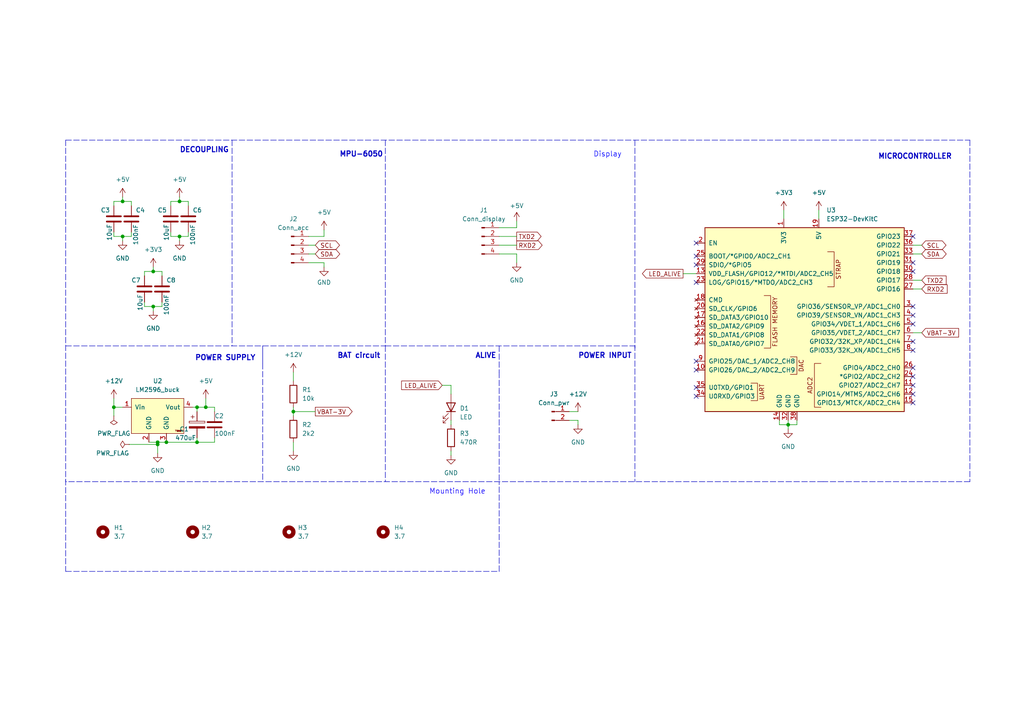
<source format=kicad_sch>
(kicad_sch (version 20230121) (generator eeschema)
  (paper "A4")
  (lib_symbols
    (symbol "+5V_1" (power) (pin_names (offset 0))
      (property "Value" "+5V_1" (at 0 3.556 0))
      (symbol "+5V_1_0_1"
        (polyline (pts (xy -0.762 1.27) (xy 0 2.54)))
        (polyline (pts (xy 0 0) (xy 0 2.54)))
        (polyline (pts (xy 0 2.54) (xy 0.762 1.27)))
      )
      (symbol "+5V_1_1_1"
        (pin power_in line (at 0 0 90) (length 0) hide (name "+5V") (number "1"))
      )
    )
    (symbol "+5V_2" (power) (pin_names (offset 0))
      (property "Value" "+5V_2" (at 0 3.556 0))
      (symbol "+5V_2_0_1"
        (polyline (pts (xy -0.762 1.27) (xy 0 2.54)))
        (polyline (pts (xy 0 0) (xy 0 2.54)))
        (polyline (pts (xy 0 2.54) (xy 0.762 1.27)))
      )
      (symbol "+5V_2_1_1"
        (pin power_in line (at 0 0 90) (length 0) hide (name "+5V") (number "1"))
      )
    )
    (symbol "+5V_3" (power) (pin_names (offset 0))
      (property "Value" "+5V_3" (at 0 3.556 0))
      (symbol "+5V_3_0_1"
        (polyline (pts (xy -0.762 1.27) (xy 0 2.54)))
        (polyline (pts (xy 0 0) (xy 0 2.54)))
        (polyline (pts (xy 0 2.54) (xy 0.762 1.27)))
      )
      (symbol "+5V_3_1_1"
        (pin power_in line (at 0 0 90) (length 0) hide (name "+5V") (number "1"))
      )
    )
    (symbol "Connector:Conn_01x02_Pin" (pin_names (offset 1.016) hide)
      (property "Reference" "J" (at 0 2.54 0))
      (property "Value" "Conn_01x02_Pin" (at 0 -5.08 0))
      (symbol "Conn_01x02_Pin_1_1"
        (polyline (pts (xy 1.27 -2.54) (xy 0.8636 -2.54)) (stroke (width 0.1524)))
        (polyline (pts (xy 1.27 0) (xy 0.8636 0)) (stroke (width 0.1524)))
        (rectangle (start 0.8636 -2.413) (end 0 -2.667) (stroke (width 0.1524)) (fill (type outline)))
        (rectangle (start 0.8636 0.127) (end 0 -0.127) (stroke (width 0.1524)) (fill (type outline)))
        (pin passive line (at 5.08 0 180) (length 3.81) (name "Pin_1") (number "1"))
        (pin passive line (at 5.08 -2.54 180) (length 3.81) (name "Pin_2") (number "2"))
      )
    )
    (symbol "Connector:Conn_01x04_Pin" (pin_names (offset 1.016) hide)
      (property "Reference" "J" (at 0 5.08 0))
      (property "Value" "Conn_01x04_Pin" (at 0 -7.62 0))
      (symbol "Conn_01x04_Pin_1_1"
        (polyline (pts (xy 1.27 -5.08) (xy 0.8636 -5.08)) (stroke (width 0.1524)))
        (polyline (pts (xy 1.27 -2.54) (xy 0.8636 -2.54)) (stroke (width 0.1524)))
        (polyline (pts (xy 1.27 0) (xy 0.8636 0)) (stroke (width 0.1524)))
        (polyline (pts (xy 1.27 2.54) (xy 0.8636 2.54)) (stroke (width 0.1524)))
        (rectangle (start 0.8636 -4.953) (end 0 -5.207) (stroke (width 0.1524)) (fill (type outline)))
        (rectangle (start 0.8636 -2.413) (end 0 -2.667) (stroke (width 0.1524)) (fill (type outline)))
        (rectangle (start 0.8636 0.127) (end 0 -0.127) (stroke (width 0.1524)) (fill (type outline)))
        (rectangle (start 0.8636 2.667) (end 0 2.413) (stroke (width 0.1524)) (fill (type outline)))
        (pin passive line (at 5.08 2.54 180) (length 3.81) (name "Pin_1") (number "1"))
        (pin passive line (at 5.08 0 180) (length 3.81) (name "Pin_2") (number "2"))
        (pin passive line (at 5.08 -2.54 180) (length 3.81) (name "Pin_3") (number "3"))
        (pin passive line (at 5.08 -5.08 180) (length 3.81) (name "Pin_4") (number "4"))
      )
    )
    (symbol "Device:C" (pin_numbers hide) (pin_names (offset 0.254))
      (property "Reference" "C" (at 0.635 2.54 0))
      (property "Value" "C" (at 0.635 -2.54 0))
      (symbol "C_0_1"
        (polyline (pts (xy -2.032 -0.762) (xy 2.032 -0.762)) (stroke (width 0.508)))
        (polyline (pts (xy -2.032 0.762) (xy 2.032 0.762)) (stroke (width 0.508)))
      )
      (symbol "C_1_1"
        (pin passive line (at 0 3.81 270) (length 2.794) (name "~") (number "1"))
        (pin passive line (at 0 -3.81 90) (length 2.794) (name "~") (number "2"))
      )
    )
    (symbol "Device:C_Polarized" (pin_numbers hide) (pin_names (offset 0.254))
      (property "Reference" "C" (at 0.635 2.54 0))
      (property "Value" "C_Polarized" (at 0.635 -2.54 0))
      (symbol "C_Polarized_0_1"
        (rectangle (start -2.286 0.508) (end 2.286 1.016))
        (polyline (pts (xy -1.778 2.286) (xy -0.762 2.286)))
        (polyline (pts (xy -1.27 2.794) (xy -1.27 1.778)))
        (rectangle (start 2.286 -0.508) (end -2.286 -1.016) (fill (type outline)))
      )
      (symbol "C_Polarized_1_1"
        (pin passive line (at 0 3.81 270) (length 2.794) (name "~") (number "1"))
        (pin passive line (at 0 -3.81 90) (length 2.794) (name "~") (number "2"))
      )
    )
    (symbol "Device:LED" (pin_numbers hide) (pin_names (offset 1.016) hide)
      (property "Reference" "D" (at 0 2.54 0))
      (property "Value" "LED" (at 0 -2.54 0))
      (symbol "LED_0_1"
        (polyline (pts (xy -1.27 -1.27) (xy -1.27 1.27)) (stroke (width 0.254)))
        (polyline (pts (xy -1.27 0) (xy 1.27 0)))
        (polyline (pts (xy 1.27 -1.27) (xy 1.27 1.27) (xy -1.27 0) (xy 1.27 -1.27)) (stroke (width 0.254)))
        (polyline (pts (xy -3.048 -0.762) (xy -4.572 -2.286) (xy -3.81 -2.286) (xy -4.572 -2.286) (xy -4.572 -1.524)))
        (polyline (pts (xy -1.778 -0.762) (xy -3.302 -2.286) (xy -2.54 -2.286) (xy -3.302 -2.286) (xy -3.302 -1.524)))
      )
      (symbol "LED_1_1"
        (pin passive line (at -3.81 0 0) (length 2.54) (name "K") (number "1"))
        (pin passive line (at 3.81 0 180) (length 2.54) (name "A") (number "2"))
      )
    )
    (symbol "Device:R" (pin_numbers hide) (pin_names (offset 0))
      (property "Reference" "R" (at 2.032 0 90))
      (property "Value" "R" (at 0 0 90))
      (symbol "R_0_1"
        (rectangle (start -1.016 -2.54) (end 1.016 2.54) (stroke (width 0.254)))
      )
      (symbol "R_1_1"
        (pin passive line (at 0 3.81 270) (length 1.27) (name "~") (number "1"))
        (pin passive line (at 0 -3.81 90) (length 1.27) (name "~") (number "2"))
      )
    )
    (symbol "Espressif:ESP32-DevKitC" (pin_names (offset 1.016))
      (property "Reference" "U" (at -30.48 30.48 0))
      (property "Value" "ESP32-DevKitC" (at -30.48 27.94 0))
      (symbol "ESP32-DevKitC_0_0"
        (text "ADC2" (at 0 -20.32 900) (effects (font (size 1.27 1.27))))
        (text "DAC" (at -2.54 -14.605 900) (effects (font (size 1.27 1.27))))
        (text "FLASH MEMORY" (at -10.16 -1.905 900) (effects (font (size 1.27 1.27))))
        (text "STRAP" (at 8.255 13.335 900) (effects (font (size 1.27 1.27))))
        (text "UART" (at -13.97 -22.225 900) (effects (font (size 1.27 1.27))))
        (pin power_in line (at -8.89 -30.48 90) (length 2.54) (name "GND") (number "14"))
        (pin power_in line (at 2.54 27.94 270) (length 2.54) (name "5V") (number "19"))
      )
      (symbol "ESP32-DevKitC_0_1"
        (rectangle (start -30.48 25.4) (end 27.305 -27.94) (stroke (width 0.254)) (fill (type background)))
        (polyline (pts (xy -17.145 -19.685) (xy -15.24 -19.685) (xy -15.24 -24.765) (xy -17.145 -24.765)))
        (polyline (pts (xy -13.335 5.715) (xy -11.43 5.715) (xy -11.43 -9.525) (xy -13.335 -9.525)))
        (polyline (pts (xy -5.715 -12.065) (xy -3.81 -12.065) (xy -3.81 -17.145) (xy -5.715 -17.145)))
        (polyline (pts (xy 3.175 -13.97) (xy 1.27 -13.97) (xy 1.27 -26.67) (xy 3.175 -26.67)))
        (polyline (pts (xy 5.08 18.415) (xy 6.985 18.415) (xy 6.985 8.255) (xy 5.08 8.255)))
      )
      (symbol "ESP32-DevKitC_1_1"
        (pin power_in line (at -7.62 27.94 270) (length 2.54) (name "3V3") (number "1"))
        (pin bidirectional line (at -33.02 -15.875 0) (length 2.54) (name "GPIO26/DAC_2/ADC2_CH9") (number "10"))
        (pin bidirectional line (at 29.845 -20.32 180) (length 2.54) (name "GPIO27/ADC2_CH7") (number "11"))
        (pin bidirectional line (at 29.845 -22.86 180) (length 2.54) (name "GPIO14/MTMS/ADC2_CH6") (number "12"))
        (pin bidirectional line (at -33.02 12.065 0) (length 2.54) (name "VDD_FLASH/GPIO12/*MTDI/ADC2_CH5") (number "13"))
        (pin bidirectional line (at 29.845 -25.4 180) (length 2.54) (name "GPIO13/MTCK/ADC2_CH4") (number "15"))
        (pin no_connect line (at -33.02 -3.175 0) (length 2.54) (name "SD_DATA2/GPIO9") (number "16"))
        (pin no_connect line (at -33.02 -0.635 0) (length 2.54) (name "SD_DATA3/GPIO10") (number "17"))
        (pin no_connect line (at -33.02 4.445 0) (length 2.54) (name "CMD") (number "18"))
        (pin input line (at -33.02 20.955 0) (length 2.54) (name "EN") (number "2"))
        (pin no_connect line (at -33.02 1.905 0) (length 2.54) (name "SD_CLK/GPIO6") (number "20"))
        (pin no_connect line (at -33.02 -8.255 0) (length 2.54) (name "SD_DATA0/GPIO7") (number "21"))
        (pin no_connect line (at -33.02 -5.715 0) (length 2.54) (name "SD_DATA1/GPIO8") (number "22"))
        (pin bidirectional line (at -33.02 9.525 0) (length 2.54) (name "LOG/GPIO15/*MTDO/ADC2_CH3") (number "23"))
        (pin bidirectional line (at 29.845 -17.78 180) (length 2.54) (name "*GPIO2/ADC2_CH2") (number "24"))
        (pin bidirectional line (at -33.02 17.145 0) (length 2.54) (name "BOOT/*GPIO0/ADC2_CH1") (number "25"))
        (pin bidirectional line (at 29.845 -15.24 180) (length 2.54) (name "GPIO4/ADC2_CH0") (number "26"))
        (pin bidirectional line (at 29.845 7.62 180) (length 2.54) (name "GPIO16") (number "27"))
        (pin bidirectional line (at 29.845 10.16 180) (length 2.54) (name "GPIO17") (number "28"))
        (pin bidirectional line (at -33.02 14.605 0) (length 2.54) (name "SDIO/*GPIO5") (number "29"))
        (pin input line (at 29.845 2.54 180) (length 2.54) (name "GPIO36/SENSOR_VP/ADC1_CH0") (number "3"))
        (pin bidirectional line (at 29.845 12.7 180) (length 2.54) (name "GPIO18") (number "30"))
        (pin bidirectional line (at 29.845 15.24 180) (length 2.54) (name "GPIO19") (number "31"))
        (pin power_in line (at -6.35 -30.48 90) (length 2.54) (name "GND") (number "32"))
        (pin bidirectional line (at 29.845 17.78 180) (length 2.54) (name "GPIO21") (number "33"))
        (pin bidirectional line (at -33.02 -23.495 0) (length 2.54) (name "U0RXD/GPIO3") (number "34"))
        (pin bidirectional line (at -33.02 -20.955 0) (length 2.54) (name "U0TXD/GPIO1") (number "35"))
        (pin bidirectional line (at 29.845 20.32 180) (length 2.54) (name "GPIO22") (number "36"))
        (pin bidirectional line (at 29.845 22.86 180) (length 2.54) (name "GPIO23") (number "37"))
        (pin power_in line (at -3.81 -30.48 90) (length 2.54) (name "GND") (number "38"))
        (pin input line (at 29.845 0 180) (length 2.54) (name "GPIO39/SENSOR_VN/ADC1_CH3") (number "4"))
        (pin input line (at 29.845 -2.54 180) (length 2.54) (name "GPIO34/VDET_1/ADC1_CH6") (number "5"))
        (pin input line (at 29.845 -5.08 180) (length 2.54) (name "GPIO35/VDET_2/ADC1_CH7") (number "6"))
        (pin bidirectional line (at 29.845 -7.62 180) (length 2.54) (name "GPIO32/32K_XP/ADC1_CH4") (number "7"))
        (pin bidirectional line (at 29.845 -10.16 180) (length 2.54) (name "GPIO33/32K_XN/ADC1_CH5") (number "8"))
        (pin bidirectional line (at -33.02 -13.335 0) (length 2.54) (name "GPIO25/DAC_1/ADC2_CH8") (number "9"))
      )
    )
    (symbol "GND_1" (power) (pin_names (offset 0))
      (property "Value" "GND_1" (at 0 -3.81 0))
      (symbol "GND_1_0_1"
        (polyline (pts (xy 0 0) (xy 0 -1.27) (xy 1.27 -1.27) (xy 0 -2.54) (xy -1.27 -1.27) (xy 0 -1.27)))
      )
      (symbol "GND_1_1_1"
        (pin power_in line (at 0 0 270) (length 0) hide (name "GND") (number "1"))
      )
    )
    (symbol "GND_2" (power) (pin_names (offset 0))
      (property "Value" "GND_2" (at 0 -3.81 0))
      (symbol "GND_2_0_1"
        (polyline (pts (xy 0 0) (xy 0 -1.27) (xy 1.27 -1.27) (xy 0 -2.54) (xy -1.27 -1.27) (xy 0 -1.27)))
      )
      (symbol "GND_2_1_1"
        (pin power_in line (at 0 0 270) (length 0) hide (name "GND") (number "1"))
      )
    )
    (symbol "GND_3" (power) (pin_names (offset 0))
      (property "Value" "GND_3" (at 0 -3.81 0))
      (symbol "GND_3_0_1"
        (polyline (pts (xy 0 0) (xy 0 -1.27) (xy 1.27 -1.27) (xy 0 -2.54) (xy -1.27 -1.27) (xy 0 -1.27)))
      )
      (symbol "GND_3_1_1"
        (pin power_in line (at 0 0 270) (length 0) hide (name "GND") (number "1"))
      )
    )
    (symbol "GND_4" (power) (pin_names (offset 0))
      (property "Value" "GND_4" (at 0 -3.81 0))
      (symbol "GND_4_0_1"
        (polyline (pts (xy 0 0) (xy 0 -1.27) (xy 1.27 -1.27) (xy 0 -2.54) (xy -1.27 -1.27) (xy 0 -1.27)))
      )
      (symbol "GND_4_1_1"
        (pin power_in line (at 0 0 270) (length 0) hide (name "GND") (number "1"))
      )
    )
    (symbol "Mechanical:MountingHole" (pin_names (offset 1.016))
      (property "Reference" "H" (at 0 5.08 0))
      (property "Value" "MountingHole" (at 0 3.175 0))
      (symbol "MountingHole_0_1"
        (circle (center 0 0) (radius 1.27) (stroke (width 1.27)))
      )
    )
    (symbol "StepDown_LM2596:YAAJ_DCDC_StepDown_LM2596" (pin_names (offset 1.016))
      (property "Reference" "U" (at -5.08 6.35 0))
      (property "Value" "YAAJ_DCDC_StepDown_LM2596" (at 0 11.43 0))
      (symbol "YAAJ_DCDC_StepDown_LM2596_0_1"
        (rectangle (start -7.62 5.08) (end 7.62 -5.08) (fill (type background)))
      )
      (symbol "YAAJ_DCDC_StepDown_LM2596_1_1"
        (text "Y@@V" (at 6.1976 -4.2672 0) (effects (font (size 0.508 0.508))))
        (pin power_in line (at -10.16 2.54 0) (length 2.54) (name "Vin") (number "1"))
        (pin power_in line (at -2.54 -7.62 90) (length 2.54) (name "GND") (number "2"))
        (pin power_in line (at 2.54 -7.62 90) (length 2.54) (name "GND") (number "3"))
        (pin power_out line (at 10.16 2.54 180) (length 2.54) (name "Vout") (number "4"))
      )
    )
    (symbol "power:+12V" (power) (pin_names (offset 0))
      (property "Value" "+12V" (at 0 3.556 0))
      (symbol "+12V_0_1"
        (polyline (pts (xy -0.762 1.27) (xy 0 2.54)))
        (polyline (pts (xy 0 0) (xy 0 2.54)))
        (polyline (pts (xy 0 2.54) (xy 0.762 1.27)))
      )
      (symbol "+12V_1_1"
        (pin power_in line (at 0 0 90) (length 0) hide (name "+12V") (number "1"))
      )
    )
    (symbol "power:+3V3" (power) (pin_names (offset 0))
      (property "Value" "+3V3" (at 0 3.556 0))
      (symbol "+3V3_0_1"
        (polyline (pts (xy -0.762 1.27) (xy 0 2.54)))
        (polyline (pts (xy 0 0) (xy 0 2.54)))
        (polyline (pts (xy 0 2.54) (xy 0.762 1.27)))
      )
      (symbol "+3V3_1_1"
        (pin power_in line (at 0 0 90) (length 0) hide (name "+3V3") (number "1"))
      )
    )
    (symbol "power:+5V" (power) (pin_names (offset 0))
      (property "Value" "+5V" (at 0 3.556 0))
      (symbol "+5V_0_1"
        (polyline (pts (xy -0.762 1.27) (xy 0 2.54)))
        (polyline (pts (xy 0 0) (xy 0 2.54)))
        (polyline (pts (xy 0 2.54) (xy 0.762 1.27)))
      )
      (symbol "+5V_1_1"
        (pin power_in line (at 0 0 90) (length 0) hide (name "+5V") (number "1"))
      )
    )
    (symbol "power:GND" (power) (pin_names (offset 0))
      (property "Value" "GND" (at 0 -3.81 0))
      (symbol "GND_0_1"
        (polyline (pts (xy 0 0) (xy 0 -1.27) (xy 1.27 -1.27) (xy 0 -2.54) (xy -1.27 -1.27) (xy 0 -1.27)))
      )
      (symbol "GND_1_1"
        (pin power_in line (at 0 0 270) (length 0) hide (name "GND") (number "1"))
      )
    )
    (symbol "power:PWR_FLAG" (power) (pin_numbers hide) (pin_names (offset 0) hide)
      (property "Value" "PWR_FLAG" (at 0 3.81 0))
      (symbol "PWR_FLAG_0_0"
        (pin power_out line (at 0 0 90) (length 0) (name "pwr") (number "1"))
      )
      (symbol "PWR_FLAG_0_1"
        (polyline (pts (xy 0 0) (xy 0 1.27) (xy -1.016 1.905) (xy 0 2.54) (xy 1.016 1.905) (xy 0 1.27)))
      )
    )
  )
  (junction (at 45.72 128.27))
  (junction (at 57.15 118.11))
  (junction (at 35.56 68.58))
  (junction (at 52.07 58.42))
  (junction (at 57.15 128.27))
  (junction (at 48.26 128.27))
  (junction (at 45.72 128.905))
  (junction (at 85.09 119.38))
  (junction (at 44.45 88.9))
  (junction (at 59.69 118.11))
  (junction (at 33.02 118.11))
  (junction (at 44.45 78.74))
  (junction (at 52.07 68.58))
  (junction (at 35.56 58.42))
  (junction (at 228.6 123.19))
  (no_connect (at 201.93 104.775))
  (no_connect (at 201.93 74.295))
  (no_connect (at 264.795 106.68))
  (no_connect (at 201.93 70.485))
  (no_connect (at 264.795 78.74))
  (no_connect (at 264.795 88.9))
  (no_connect (at 264.795 101.6))
  (no_connect (at 264.795 99.06))
  (no_connect (at 264.795 116.84))
  (no_connect (at 264.795 68.58))
  (no_connect (at 201.93 112.395))
  (no_connect (at 201.93 81.915))
  (no_connect (at 264.795 109.22))
  (no_connect (at 264.795 76.2))
  (no_connect (at 264.795 114.3))
  (no_connect (at 201.93 76.835))
  (no_connect (at 264.795 93.98))
  (no_connect (at 264.795 91.44))
  (no_connect (at 201.93 114.935))
  (no_connect (at 201.93 107.315))
  (no_connect (at 264.795 111.76))
  (wire (pts (xy 144.78 66.04) (xy 149.86 66.04)))
  (wire (pts (xy 85.09 118.11) (xy 85.09 119.38)))
  (wire (pts (xy 33.02 59.69) (xy 33.02 58.42)))
  (wire (pts (xy 89.535 71.12) (xy 91.44 71.12)))
  (wire (pts (xy 38.1 58.42) (xy 38.1 59.69)))
  (wire (pts (xy 45.72 128.905) (xy 45.72 131.445)))
  (polyline (pts (xy 111.76 100.33) (xy 111.76 139.7)) (stroke (width 0) (type dash)))
  (polyline (pts (xy 238.76 40.64) (xy 281.305 40.64)) (stroke (width 0) (type dash)))
  (wire (pts (xy 85.09 119.38) (xy 85.09 120.65)))
  (wire (pts (xy 264.795 81.28) (xy 267.335 81.28)))
  (polyline (pts (xy 144.78 165.735) (xy 144.78 139.7)) (stroke (width 0) (type dash)))
  (wire (pts (xy 46.99 78.74) (xy 46.99 80.01)))
  (wire (pts (xy 62.23 128.27) (xy 57.15 128.27)))
  (wire (pts (xy 89.535 73.66) (xy 91.44 73.66)))
  (wire (pts (xy 44.45 88.9) (xy 41.91 88.9)))
  (wire (pts (xy 128.27 111.76) (xy 130.81 111.76)))
  (wire (pts (xy 57.15 127) (xy 57.15 128.27)))
  (wire (pts (xy 52.07 69.85) (xy 52.07 68.58)))
  (wire (pts (xy 144.78 68.58) (xy 149.86 68.58)))
  (wire (pts (xy 35.56 58.42) (xy 38.1 58.42)))
  (wire (pts (xy 237.49 60.96) (xy 237.49 63.5)))
  (wire (pts (xy 167.64 121.92) (xy 167.64 123.19)))
  (wire (pts (xy 44.45 78.74) (xy 46.99 78.74)))
  (wire (pts (xy 130.81 111.76) (xy 130.81 114.3)))
  (wire (pts (xy 144.78 71.12) (xy 149.86 71.12)))
  (wire (pts (xy 227.33 60.96) (xy 227.33 63.5)))
  (wire (pts (xy 49.53 58.42) (xy 52.07 58.42)))
  (polyline (pts (xy 281.305 40.64) (xy 281.305 139.7)) (stroke (width 0) (type dash)))
  (wire (pts (xy 45.72 128.27) (xy 45.72 128.905)))
  (wire (pts (xy 52.07 58.42) (xy 54.61 58.42)))
  (wire (pts (xy 62.23 119.38) (xy 62.23 118.11)))
  (wire (pts (xy 33.02 68.58) (xy 33.02 67.31)))
  (wire (pts (xy 52.07 68.58) (xy 49.53 68.58)))
  (wire (pts (xy 231.14 123.19) (xy 228.6 123.19)))
  (polyline (pts (xy 281.305 139.7) (xy 238.76 139.7)) (stroke (width 0) (type dash)))
  (wire (pts (xy 198.12 79.375) (xy 201.93 79.375)))
  (polyline (pts (xy 19.05 100.33) (xy 76.2 100.33)) (stroke (width 0) (type dash)))
  (polyline (pts (xy 76.2 105.41) (xy 76.2 100.33)))
  (wire (pts (xy 165.1 119.38) (xy 167.64 119.38)))
  (wire (pts (xy 130.81 121.92) (xy 130.81 123.19)))
  (wire (pts (xy 59.69 115.57) (xy 59.69 118.11)))
  (wire (pts (xy 264.795 73.66) (xy 267.335 73.66)))
  (wire (pts (xy 149.86 76.2) (xy 149.86 73.66)))
  (wire (pts (xy 52.07 58.42) (xy 52.07 57.15)))
  (wire (pts (xy 37.465 128.905) (xy 45.72 128.905)))
  (wire (pts (xy 231.14 121.92) (xy 231.14 123.19)))
  (wire (pts (xy 57.15 118.11) (xy 57.15 119.38)))
  (wire (pts (xy 85.09 119.38) (xy 91.44 119.38)))
  (wire (pts (xy 228.6 121.92) (xy 228.6 123.19)))
  (wire (pts (xy 130.81 130.81) (xy 130.81 132.08)))
  (polyline (pts (xy 19.05 40.64) (xy 238.76 40.64)) (stroke (width 0) (type dash)))
  (polyline (pts (xy 19.05 40.64) (xy 19.05 139.7)) (stroke (width 0) (type dash)))
  (polyline (pts (xy 19.05 165.735) (xy 144.78 165.735)) (stroke (width 0) (type dash)))
  (wire (pts (xy 62.23 127) (xy 62.23 128.27)))
  (polyline (pts (xy 238.76 139.7) (xy 19.05 139.7)) (stroke (width 0) (type dash)))
  (wire (pts (xy 55.88 118.11) (xy 57.15 118.11)))
  (wire (pts (xy 35.56 68.58) (xy 38.1 68.58)))
  (wire (pts (xy 149.86 66.04) (xy 149.86 64.135)))
  (wire (pts (xy 49.53 68.58) (xy 49.53 67.31)))
  (wire (pts (xy 38.1 68.58) (xy 38.1 67.31)))
  (polyline (pts (xy 111.76 40.64) (xy 111.76 100.33)) (stroke (width 0) (type dash)))
  (wire (pts (xy 54.61 68.58) (xy 54.61 67.31)))
  (wire (pts (xy 89.535 76.2) (xy 93.98 76.2)))
  (wire (pts (xy 165.1 121.92) (xy 167.64 121.92)))
  (wire (pts (xy 149.86 73.66) (xy 144.78 73.66)))
  (wire (pts (xy 48.26 128.27) (xy 45.72 128.27)))
  (wire (pts (xy 93.98 68.58) (xy 93.98 66.675)))
  (wire (pts (xy 264.795 83.82) (xy 267.335 83.82)))
  (wire (pts (xy 226.06 121.92) (xy 226.06 123.19)))
  (polyline (pts (xy 184.15 100.33) (xy 184.15 100.965)))
  (wire (pts (xy 43.18 128.27) (xy 45.72 128.27)))
  (polyline (pts (xy 144.78 107.95) (xy 144.78 139.7)) (stroke (width 0) (type dash)))
  (polyline (pts (xy 76.2 105.41) (xy 76.2 139.7)) (stroke (width 0) (type dash)))
  (wire (pts (xy 33.02 118.11) (xy 33.02 120.65)))
  (wire (pts (xy 59.69 118.11) (xy 57.15 118.11)))
  (wire (pts (xy 44.45 88.9) (xy 46.99 88.9)))
  (wire (pts (xy 33.02 58.42) (xy 35.56 58.42)))
  (wire (pts (xy 93.98 76.2) (xy 93.98 77.47)))
  (wire (pts (xy 41.91 80.01) (xy 41.91 78.74)))
  (wire (pts (xy 35.56 58.42) (xy 35.56 57.15)))
  (wire (pts (xy 41.91 88.9) (xy 41.91 87.63)))
  (wire (pts (xy 89.535 68.58) (xy 93.98 68.58)))
  (wire (pts (xy 264.795 96.52) (xy 267.335 96.52)))
  (polyline (pts (xy 111.76 100.33) (xy 184.15 100.33)) (stroke (width 0) (type dash)))
  (polyline (pts (xy 67.31 40.64) (xy 67.31 100.33)) (stroke (width 0) (type dash)))
  (wire (pts (xy 226.06 123.19) (xy 228.6 123.19)))
  (wire (pts (xy 33.02 115.57) (xy 33.02 118.11)))
  (polyline (pts (xy 76.2 100.33) (xy 111.76 100.33)) (stroke (width 0) (type dash)))
  (wire (pts (xy 35.56 69.85) (xy 35.56 68.58)))
  (wire (pts (xy 35.56 68.58) (xy 33.02 68.58)))
  (wire (pts (xy 44.45 90.17) (xy 44.45 88.9)))
  (wire (pts (xy 33.02 118.11) (xy 35.56 118.11)))
  (wire (pts (xy 54.61 58.42) (xy 54.61 59.69)))
  (wire (pts (xy 85.09 128.27) (xy 85.09 130.81)))
  (wire (pts (xy 57.15 128.27) (xy 48.26 128.27)))
  (polyline (pts (xy 184.15 40.64) (xy 184.15 139.7)) (stroke (width 0) (type dash)))
  (polyline (pts (xy 19.05 139.065) (xy 19.05 165.735)) (stroke (width 0) (type dash)))
  (wire (pts (xy 41.91 78.74) (xy 44.45 78.74)))
  (wire (pts (xy 46.99 88.9) (xy 46.99 87.63)))
  (polyline (pts (xy 144.78 100.33) (xy 144.78 107.95)) (stroke (width 0) (type dash)))
  (wire (pts (xy 228.6 123.19) (xy 228.6 124.46)))
  (wire (pts (xy 49.53 59.69) (xy 49.53 58.42)))
  (wire (pts (xy 52.07 68.58) (xy 54.61 68.58)))
  (wire (pts (xy 44.45 78.74) (xy 44.45 77.47)))
  (wire (pts (xy 85.09 107.95) (xy 85.09 110.49)))
  (wire (pts (xy 264.795 71.12) (xy 267.335 71.12)))
  (wire (pts (xy 62.23 118.11) (xy 59.69 118.11)))
  (text "DECOUPLING" (at 52.07 44.45 0) (effects (font (size 1.5 1.5) bold) (justify left bottom)))
  (text "Mounting Hole" (at 124.46 143.51 0) (effects (font (size 1.5 1.5)) (justify left bottom)))
  (text "MICROCONTROLLER" (at 254.635 46.355 0) (effects (font (size 1.5 1.5) (thickness 0.3) bold) (justify left bottom)))
  (text "Display" (at 172.085 45.72 0) (effects (font (size 1.5 1.5)) (justify left bottom)))
  (text "BAT circuit" (at 97.79 104.14 0) (effects (font (size 1.5 1.5) bold) (justify left bottom)))
  (text "MPU-6050\n" (at 98.425 45.72 0) (effects (font (size 1.5 1.5) (thickness 0.3) bold) (justify left bottom)))
  (text "POWER SUPPLY" (at 56.515 104.775 0) (effects (font (size 1.5 1.5) (thickness 0.3) bold) (justify left bottom)))
  (text "POWER INPUT\n" (at 167.64 104.14 0) (effects (font (size 1.5 1.5) (thickness 0.3) bold) (justify left bottom)))
  (text "ALIVE" (at 137.795 104.14 0) (effects (font (size 1.5 1.5) bold) (justify left bottom)))
  (global_label "LED_ALIVE" (shape output) (at 198.12 79.375 180) (property "Intersheetrefs" "${INTERSHEET_REFS}" (effects hide)))
  (global_label "SDA" (shape bidirectional) (at 91.44 73.66 0) (property "Intersheetrefs" "${INTERSHEET_REFS}" (effects hide)))
  (global_label "SCL" (shape bidirectional) (at 91.44 71.12 0) (property "Intersheetrefs" "${INTERSHEET_REFS}" (effects hide)))
  (global_label "SCL" (shape bidirectional) (at 267.335 71.12 0) (property "Intersheetrefs" "${INTERSHEET_REFS}" (effects hide)))
  (global_label "RXD2" (shape output) (at 149.86 71.12 0) (property "Intersheetrefs" "${INTERSHEET_REFS}" (effects hide)))
  (global_label "VBAT-3V" (shape output) (at 91.44 119.38 0) (property "Intersheetrefs" "${INTERSHEET_REFS}" (effects hide)))
  (global_label "LED_ALIVE" (shape input) (at 128.27 111.76 180) (property "Intersheetrefs" "${INTERSHEET_REFS}" (effects hide)))
  (global_label "RXD2" (shape input) (at 267.335 83.82 0) (property "Intersheetrefs" "${INTERSHEET_REFS}" (effects hide)))
  (global_label "VBAT-3V" (shape input) (at 267.335 96.52 0) (property "Intersheetrefs" "${INTERSHEET_REFS}" (effects hide)))
  (global_label "TXD2" (shape input) (at 267.335 81.28 0) (property "Intersheetrefs" "${INTERSHEET_REFS}" (effects hide)))
  (global_label "SDA" (shape bidirectional) (at 267.335 73.66 0) (property "Intersheetrefs" "${INTERSHEET_REFS}" (effects hide)))
  (global_label "TXD2" (shape output) (at 149.86 68.58 0) (property "Intersheetrefs" "${INTERSHEET_REFS}" (effects hide)))
  (symbol (lib_id "power:PWR_FLAG") (at 33.02 120.65 180) (unit 1)
    (property "Reference" "#FLG01" (effects hide))
    (property "Value" "PWR_FLAG" (at 33.02 125.73 0))
  )
  (symbol (lib_name "GND_2") (lib_id "power:GND") (at 228.6 124.46 0) (unit 1)
    (property "Reference" "#PWR015" (effects hide))
    (property "Value" "GND" (at 228.6 129.54 0))
  )
  (symbol (lib_id "Device:R") (at 130.81 127 0) (unit 1)
    (property "Reference" "R3" (at 133.35 125.7299 0) (effects (justify left)))
    (property "Value" "470R" (at 133.35 128.2699 0) (effects (justify left)))
    (property "Footprint" "Resistor_THT:R_Axial_DIN0204_L3.6mm_D1.6mm_P5.08mm_Horizontal" (effects hide))
  )
  (symbol (lib_id "Device:R") (at 85.09 124.46 0) (unit 1)
    (property "Reference" "R2" (at 87.63 123.1899 0) (effects (justify left)))
    (property "Value" "2k2" (at 87.63 125.7299 0) (effects (justify left)))
    (property "Footprint" "Resistor_THT:R_Axial_DIN0204_L3.6mm_D1.6mm_P5.08mm_Horizontal" (effects hide))
  )
  (symbol (lib_id "power:GND") (at 130.81 132.08 0) (unit 1)
    (property "Reference" "#PWR08" (effects hide))
    (property "Value" "GND" (at 130.81 137.16 0))
  )
  (symbol (lib_id "Connector:Conn_01x02_Pin") (at 160.02 119.38 0) (unit 1)
    (property "Reference" "J3" (at 160.655 114.3 0))
    (property "Value" "Conn_pwr" (at 160.655 116.84 0))
    (property "Footprint" "Connector_JST:JST_XH_B2B-XH-A_1x02_P2.50mm_Vertical" (effects hide))
  )
  (symbol (lib_id "Device:C_Polarized") (at 57.15 123.19 0) (unit 1)
    (property "Reference" "C1" (at 52.07 124.46 0) (effects (justify left)))
    (property "Value" "470uF" (at 50.8 127 0) (effects (justify left)))
    (property "Footprint" "Capacitor_THT:CP_Radial_D6.3mm_P2.50mm" (effects hide))
  )
  (symbol (lib_id "StepDown_LM2596:YAAJ_DCDC_StepDown_LM2596") (at 45.72 120.65 0) (unit 1)
    (property "Reference" "U2" (at 45.72 110.49 0))
    (property "Value" "LM2596_buck" (at 45.72 113.03 0))
    (property "Footprint" "StepDown:StepDown_LM2596" (effects hide))
  )
  (symbol (lib_id "power:GND") (at 44.45 90.17 0) (unit 1)
    (property "Reference" "#PWR020" (effects hide))
    (property "Value" "GND" (at 44.45 95.25 0))
  )
  (symbol (lib_id "power:GND") (at 45.72 131.445 0) (unit 1)
    (property "Reference" "#PWR02" (effects hide))
    (property "Value" "GND" (at 45.72 136.525 0))
  )
  (symbol (lib_id "Mechanical:MountingHole") (at 55.88 154.305 0) (unit 1)
    (property "Reference" "H2" (at 58.42 153.035 0) (effects (justify left)))
    (property "Value" "3.7" (at 58.42 155.575 0) (effects (justify left)))
    (property "Footprint" "MountingHole:MountingHole_3.7mm" (effects hide))
  )
  (symbol (lib_name "+5V_1") (lib_id "power:+5V") (at 149.86 64.135 0) (unit 1)
    (property "Reference" "#PWR09" (effects hide))
    (property "Value" "+5V" (at 149.86 59.69 0))
  )
  (symbol (lib_name "GND_3") (lib_id "power:GND") (at 93.98 77.47 0) (unit 1)
    (property "Reference" "#PWR018" (effects hide))
    (property "Value" "GND" (at 93.98 81.915 0))
  )
  (symbol (lib_id "Device:C") (at 38.1 63.5 0) (unit 1)
    (property "Reference" "C4" (at 39.37 60.96 0) (effects (justify left)))
    (property "Value" "100nF" (at 39.37 71.12 90) (effects (justify left)))
    (property "Footprint" "Capacitor_THT:C_Disc_D5.0mm_W2.5mm_P5.00mm" (effects hide))
  )
  (symbol (lib_name "GND_4") (lib_id "power:GND") (at 167.64 123.19 0) (unit 1)
    (property "Reference" "#PWR04" (effects hide))
    (property "Value" "GND" (at 167.64 128.27 0))
  )
  (symbol (lib_id "power:GND") (at 85.09 130.81 0) (unit 1)
    (property "Reference" "#PWR07" (effects hide))
    (property "Value" "GND" (at 85.09 135.89 0))
  )
  (symbol (lib_name "GND_1") (lib_id "power:GND") (at 149.86 76.2 0) (unit 1)
    (property "Reference" "#PWR010" (effects hide))
    (property "Value" "GND" (at 149.86 81.28 0))
  )
  (symbol (lib_id "Connector:Conn_01x04_Pin") (at 84.455 71.12 0) (unit 1)
    (property "Reference" "J2" (at 85.09 63.5 0))
    (property "Value" "Conn_acc" (at 85.09 66.04 0))
    (property "Footprint" "Connector_JST:JST_XH_B4B-XH-A_1x04_P2.50mm_Vertical" (effects hide))
  )
  (symbol (lib_id "power:+3V3") (at 44.45 77.47 0) (unit 1)
    (property "Reference" "#PWR019" (effects hide))
    (property "Value" "+3V3" (at 44.45 72.39 0))
  )
  (symbol (lib_id "Device:C") (at 46.99 83.82 0) (unit 1)
    (property "Reference" "C8" (at 48.26 81.28 0) (effects (justify left)))
    (property "Value" "100nF" (at 48.26 91.44 90) (effects (justify left)))
    (property "Footprint" "Capacitor_THT:C_Disc_D5.0mm_W2.5mm_P5.00mm" (effects hide))
  )
  (symbol (lib_id "Mechanical:MountingHole") (at 29.845 154.305 0) (unit 1)
    (property "Reference" "H1" (at 33.02 153.035 0) (effects (justify left)))
    (property "Value" "3.7" (at 33.02 155.575 0) (effects (justify left)))
    (property "Footprint" "MountingHole:MountingHole_3.7mm" (effects hide))
  )
  (symbol (lib_id "power:+12V") (at 33.02 115.57 0) (unit 1)
    (property "Reference" "#PWR01" (effects hide))
    (property "Value" "+12V" (at 33.02 110.49 0))
  )
  (symbol (lib_id "Device:C") (at 54.61 63.5 0) (unit 1)
    (property "Reference" "C6" (at 55.88 60.96 0) (effects (justify left)))
    (property "Value" "100nF" (at 55.88 71.12 90) (effects (justify left)))
    (property "Footprint" "Capacitor_THT:C_Disc_D5.0mm_W2.5mm_P5.00mm" (effects hide))
  )
  (symbol (lib_id "Device:C") (at 49.53 63.5 0) (unit 1)
    (property "Reference" "C5" (at 45.72 60.96 0) (effects (justify left)))
    (property "Value" "10uF" (at 48.26 69.85 90) (effects (justify left)))
    (property "Footprint" "Capacitor_THT:C_Disc_D5.0mm_W2.5mm_P5.00mm" (effects hide))
  )
  (symbol (lib_id "power:+5V") (at 52.07 57.15 0) (unit 1)
    (property "Reference" "#PWR013" (effects hide))
    (property "Value" "+5V" (at 52.07 52.07 0))
  )
  (symbol (lib_id "Espressif:ESP32-DevKitC") (at 234.95 91.44 0) (unit 1)
    (property "Reference" "U3" (at 239.6841 60.96 0) (effects (justify left)))
    (property "Value" "ESP32-DevKitC" (at 239.6841 63.5 0) (effects (justify left)))
    (property "Footprint" "Espressif:ESP32-DevKitC" (effects hide))
    (property "Datasheet" "https://docs.espressif.com/projects/esp-idf/zh_CN/latest/esp32/hw-reference/esp32/get-started-devkitc.html" (effects hide))
  )
  (symbol (lib_id "power:+5V") (at 35.56 57.15 0) (unit 1)
    (property "Reference" "#PWR011" (effects hide))
    (property "Value" "+5V" (at 35.56 52.07 0))
  )
  (symbol (lib_id "Device:LED") (at 130.81 118.11 270) (mirror x) (unit 1)
    (property "Reference" "D1" (at 133.35 118.4275 90) (effects (justify left)))
    (property "Value" "LED" (at 133.35 120.9675 90) (effects (justify left)))
    (property "Footprint" "LED_THT:LED_D5.0mm" (effects hide))
  )
  (symbol (lib_id "Device:R") (at 85.09 114.3 0) (unit 1)
    (property "Reference" "R1" (at 87.63 113.0299 0) (effects (justify left)))
    (property "Value" "10k" (at 87.63 115.5699 0) (effects (justify left)))
    (property "Footprint" "Resistor_THT:R_Axial_DIN0204_L3.6mm_D1.6mm_P5.08mm_Horizontal" (effects hide))
  )
  (symbol (lib_id "Mechanical:MountingHole") (at 83.82 154.305 0) (unit 1)
    (property "Reference" "H3" (at 86.36 153.035 0) (effects (justify left)))
    (property "Value" "3.7" (at 86.36 155.575 0) (effects (justify left)))
    (property "Footprint" "MountingHole:MountingHole_3.7mm" (effects hide))
  )
  (symbol (lib_id "power:+12V") (at 167.64 119.38 0) (unit 1)
    (property "Reference" "#PWR03" (effects hide))
    (property "Value" "+12V" (at 167.64 114.3 0))
  )
  (symbol (lib_id "Device:C") (at 41.91 83.82 0) (unit 1)
    (property "Reference" "C7" (at 38.1 81.28 0) (effects (justify left)))
    (property "Value" "10uF" (at 40.64 90.17 90) (effects (justify left)))
    (property "Footprint" "Capacitor_THT:C_Disc_D5.0mm_W2.5mm_P5.00mm" (effects hide))
  )
  (symbol (lib_id "Connector:Conn_01x04_Pin") (at 139.7 68.58 0) (unit 1)
    (property "Reference" "J1" (at 140.335 60.96 0))
    (property "Value" "Conn_display" (at 140.335 63.5 0))
    (property "Footprint" "Connector_JST:JST_XH_B4B-XH-A_1x04_P2.50mm_Vertical" (effects hide))
  )
  (symbol (lib_id "Device:C") (at 33.02 63.5 0) (unit 1)
    (property "Reference" "C3" (at 29.21 60.96 0) (effects (justify left)))
    (property "Value" "10uF" (at 31.75 69.85 90) (effects (justify left)))
    (property "Footprint" "Capacitor_THT:C_Disc_D5.0mm_W2.5mm_P5.00mm" (effects hide))
  )
  (symbol (lib_name "+5V_2") (lib_id "power:+5V") (at 93.98 66.675 0) (unit 1)
    (property "Reference" "#PWR017" (effects hide))
    (property "Value" "+5V" (at 93.98 61.595 0))
  )
  (symbol (lib_id "Device:C") (at 62.23 123.19 0) (unit 1)
    (property "Reference" "C2" (at 62.23 120.65 0) (effects (justify left)))
    (property "Value" "100nF" (at 62.23 125.73 0) (effects (justify left)))
    (property "Footprint" "Capacitor_THT:C_Disc_D5.0mm_W2.5mm_P5.00mm" (effects hide))
  )
  (symbol (lib_id "power:GND") (at 52.07 69.85 0) (unit 1)
    (property "Reference" "#PWR014" (effects hide))
    (property "Value" "GND" (at 52.07 74.93 0))
  )
  (symbol (lib_id "power:+5V") (at 59.69 115.57 0) (unit 1)
    (property "Reference" "#PWR05" (effects hide))
    (property "Value" "+5V" (at 59.69 110.49 0))
  )
  (symbol (lib_id "power:PWR_FLAG") (at 37.465 128.905 90) (unit 1)
    (property "Reference" "#FLG02" (effects hide))
    (property "Value" "PWR_FLAG" (at 37.465 131.445 90) (effects (justify left)))
  )
  (symbol (lib_id "power:GND") (at 35.56 69.85 0) (unit 1)
    (property "Reference" "#PWR012" (effects hide))
    (property "Value" "GND" (at 35.56 74.93 0))
  )
  (symbol (lib_id "Mechanical:MountingHole") (at 111.125 154.305 0) (unit 1)
    (property "Reference" "H4" (at 114.3 153.035 0) (effects (justify left)))
    (property "Value" "3.7" (at 114.3 155.575 0) (effects (justify left)))
    (property "Footprint" "MountingHole:MountingHole_3.7mm" (effects hide))
  )
  (symbol (lib_id "power:+12V") (at 85.09 107.95 0) (unit 1)
    (property "Reference" "#PWR06" (effects hide))
    (property "Value" "+12V" (at 85.09 102.87 0))
  )
  (symbol (lib_name "+5V_3") (lib_id "power:+5V") (at 237.49 60.96 0) (unit 1)
    (property "Reference" "#PWR016" (effects hide))
    (property "Value" "+5V" (at 237.49 55.88 0))
  )
  (symbol (lib_id "power:+3V3") (at 227.33 60.96 0) (unit 1)
    (property "Reference" "#PWR021" (effects hide))
    (property "Value" "+3V3" (at 227.33 55.88 0))
  )
)
</source>
